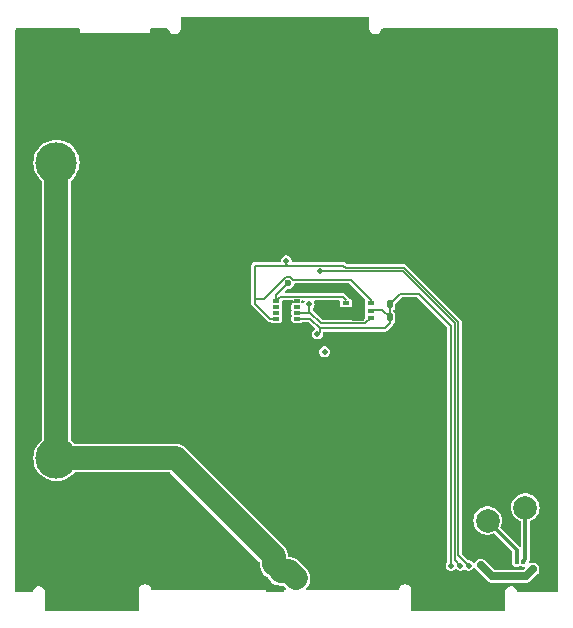
<source format=gtl>
%TF.GenerationSoftware,KiCad,Pcbnew,7.0.2*%
%TF.CreationDate,2023-07-30T22:14:57-04:00*%
%TF.ProjectId,ExternalFaces,45787465-726e-4616-9c46-616365732e6b,rev?*%
%TF.SameCoordinates,Original*%
%TF.FileFunction,Copper,L1,Top*%
%TF.FilePolarity,Positive*%
%FSLAX46Y46*%
G04 Gerber Fmt 4.6, Leading zero omitted, Abs format (unit mm)*
G04 Created by KiCad (PCBNEW 7.0.2) date 2023-07-30 22:14:57*
%MOMM*%
%LPD*%
G01*
G04 APERTURE LIST*
G04 Aperture macros list*
%AMRoundRect*
0 Rectangle with rounded corners*
0 $1 Rounding radius*
0 $2 $3 $4 $5 $6 $7 $8 $9 X,Y pos of 4 corners*
0 Add a 4 corners polygon primitive as box body*
4,1,4,$2,$3,$4,$5,$6,$7,$8,$9,$2,$3,0*
0 Add four circle primitives for the rounded corners*
1,1,$1+$1,$2,$3*
1,1,$1+$1,$4,$5*
1,1,$1+$1,$6,$7*
1,1,$1+$1,$8,$9*
0 Add four rect primitives between the rounded corners*
20,1,$1+$1,$2,$3,$4,$5,0*
20,1,$1+$1,$4,$5,$6,$7,0*
20,1,$1+$1,$6,$7,$8,$9,0*
20,1,$1+$1,$8,$9,$2,$3,0*%
G04 Aperture macros list end*
%TA.AperFunction,SMDPad,CuDef*%
%ADD10RoundRect,0.140000X0.140000X0.170000X-0.140000X0.170000X-0.140000X-0.170000X0.140000X-0.170000X0*%
%TD*%
%TA.AperFunction,SMDPad,CuDef*%
%ADD11R,0.620000X0.300000*%
%TD*%
%TA.AperFunction,SMDPad,CuDef*%
%ADD12R,0.600000X0.350000*%
%TD*%
%TA.AperFunction,SMDPad,CuDef*%
%ADD13R,1.100000X1.700000*%
%TD*%
%TA.AperFunction,SMDPad,CuDef*%
%ADD14C,3.500000*%
%TD*%
%TA.AperFunction,SMDPad,CuDef*%
%ADD15R,1.000000X1.000000*%
%TD*%
%TA.AperFunction,SMDPad,CuDef*%
%ADD16C,2.000000*%
%TD*%
%TA.AperFunction,ViaPad*%
%ADD17C,0.600000*%
%TD*%
%TA.AperFunction,ViaPad*%
%ADD18C,0.500000*%
%TD*%
%TA.AperFunction,ViaPad*%
%ADD19C,0.400000*%
%TD*%
%TA.AperFunction,Conductor*%
%ADD20C,0.200000*%
%TD*%
%TA.AperFunction,Conductor*%
%ADD21C,2.000000*%
%TD*%
%TA.AperFunction,Conductor*%
%ADD22C,0.700000*%
%TD*%
%TA.AperFunction,Conductor*%
%ADD23C,0.300000*%
%TD*%
G04 APERTURE END LIST*
D10*
X139160000Y-96200000D03*
X138200000Y-96200000D03*
D11*
X130400000Y-97400000D03*
X130400000Y-96900000D03*
X130400000Y-96400000D03*
X130400000Y-95900000D03*
X128580000Y-95900000D03*
X128580000Y-96400000D03*
X128580000Y-96900000D03*
X128580000Y-97400000D03*
D12*
X134500000Y-96075000D03*
X134500000Y-96725000D03*
X134500000Y-97375000D03*
X136600000Y-97375000D03*
X136600000Y-96725000D03*
X136600000Y-96075000D03*
D13*
X135550000Y-96725000D03*
D10*
X139180000Y-97300000D03*
X138220000Y-97300000D03*
D14*
X149000000Y-84200000D03*
X110000000Y-84200000D03*
D15*
X130300000Y-119400000D03*
D14*
X149000000Y-109200000D03*
X110000000Y-109200000D03*
D16*
X146500000Y-114500000D03*
X149700000Y-113400000D03*
D17*
X129600000Y-94400000D03*
D18*
X132300000Y-93400000D03*
X144200000Y-118300000D03*
X132400000Y-119450000D03*
X152000000Y-95600000D03*
X107000000Y-73300000D03*
X147400000Y-121500000D03*
X106950000Y-95550000D03*
X107500000Y-119650000D03*
X152000000Y-73300000D03*
X125950000Y-118500000D03*
X136000000Y-72400000D03*
D17*
X133100000Y-96700000D03*
D18*
X137950000Y-73250000D03*
X152000000Y-108550000D03*
X127000000Y-119800000D03*
X152000000Y-97800000D03*
X121250000Y-72500000D03*
X151950000Y-112400000D03*
X117500000Y-119000000D03*
D19*
X147553173Y-118234462D03*
D18*
X107000000Y-97800000D03*
X151950000Y-110900000D03*
D17*
X125500000Y-99600000D03*
D18*
X140700000Y-121400000D03*
X131400000Y-96200000D03*
X144900000Y-118300000D03*
X129450000Y-92500000D03*
X132100000Y-98700000D03*
X143400000Y-118300000D03*
X128400000Y-118200000D03*
X129000000Y-118800000D03*
D19*
X145950000Y-118280000D03*
X150330000Y-118630000D03*
X148950000Y-118010000D03*
X149510000Y-117980000D03*
D18*
X132700000Y-100200000D03*
D20*
X134260000Y-95560000D02*
X128920000Y-95560000D01*
X144200000Y-118300000D02*
X143700000Y-117800000D01*
X139300000Y-93400000D02*
X132300000Y-93400000D01*
X128580000Y-95900000D02*
X128580000Y-95420000D01*
X128580000Y-95420000D02*
X129600000Y-94400000D01*
X143700000Y-97800000D02*
X139300000Y-93400000D01*
X128920000Y-95560000D02*
X128580000Y-95900000D01*
X134550000Y-95850000D02*
X134260000Y-95560000D01*
X143700000Y-117800000D02*
X143700000Y-97800000D01*
X136150000Y-97800000D02*
X136600000Y-97350000D01*
X132400000Y-97800000D02*
X131500000Y-96900000D01*
X132400000Y-97800000D02*
X136150000Y-97800000D01*
X131400000Y-96800000D02*
X131500000Y-96900000D01*
X131500000Y-96900000D02*
X130400000Y-96900000D01*
X131400000Y-96200000D02*
X131400000Y-96800000D01*
X126800000Y-92900000D02*
X126800000Y-95700000D01*
X129600000Y-92900000D02*
X126800000Y-92900000D01*
X130002757Y-94110499D02*
X129802758Y-93910500D01*
X128070000Y-97400000D02*
X128580000Y-97400000D01*
X139419915Y-93110499D02*
X134476766Y-93110499D01*
X129397242Y-93910500D02*
X127607742Y-95700000D01*
X126800000Y-96130000D02*
X128070000Y-97400000D01*
X129450000Y-92500000D02*
X129450000Y-92750000D01*
X129450000Y-92750000D02*
X129600000Y-92900000D01*
X134476766Y-93110499D02*
X134266267Y-92900000D01*
X126800000Y-95700000D02*
X126800000Y-96130000D01*
X134266267Y-92900000D02*
X129600000Y-92900000D01*
X144000000Y-97690584D02*
X139419915Y-93110499D01*
X144000000Y-117400000D02*
X144000000Y-97690584D01*
X136600000Y-95810499D02*
X134900000Y-94110499D01*
X144900000Y-118300000D02*
X144000000Y-117400000D01*
X129802758Y-93910500D02*
X129397242Y-93910500D01*
X134900000Y-94110499D02*
X130002757Y-94110499D01*
X127607742Y-95700000D02*
X126800000Y-95700000D01*
X136600000Y-96050000D02*
X136600000Y-95810499D01*
X139100000Y-95300000D02*
X138200000Y-96200000D01*
X137800000Y-98200000D02*
X137600000Y-98200000D01*
X131500000Y-97400000D02*
X130400000Y-97400000D01*
X132300000Y-98500000D02*
X132300000Y-98200000D01*
X132100000Y-98700000D02*
X132300000Y-98500000D01*
X140700000Y-95300000D02*
X139100000Y-95300000D01*
X143400000Y-118300000D02*
X143400000Y-98000000D01*
X137600000Y-96700000D02*
X138200000Y-97300000D01*
X138200000Y-97300000D02*
X138200000Y-97800000D01*
X138200000Y-97800000D02*
X137800000Y-98200000D01*
X143400000Y-98000000D02*
X140700000Y-95300000D01*
X136600000Y-96700000D02*
X137600000Y-96700000D01*
X138200000Y-97300000D02*
X138200000Y-96200000D01*
X137600000Y-98200000D02*
X132300000Y-98200000D01*
X132300000Y-98200000D02*
X131500000Y-97400000D01*
D21*
X128400000Y-117500000D02*
X128400000Y-118200000D01*
X129000000Y-118800000D02*
X129700000Y-118800000D01*
X129700000Y-118800000D02*
X130300000Y-119400000D01*
X110000000Y-84200000D02*
X110000000Y-109200000D01*
X110000000Y-109200000D02*
X120100000Y-109200000D01*
X120100000Y-109200000D02*
X128400000Y-117500000D01*
D22*
X146880000Y-119210000D02*
X149750000Y-119210000D01*
X145950000Y-118280000D02*
X146880000Y-119210000D01*
X149750000Y-119210000D02*
X150330000Y-118630000D01*
D23*
X149510000Y-117980000D02*
X149700000Y-117790000D01*
X148950000Y-116950000D02*
X146500000Y-114500000D01*
X149700000Y-117790000D02*
X149700000Y-113400000D01*
X148950000Y-118010000D02*
X148950000Y-116950000D01*
%TA.AperFunction,Conductor*%
G36*
X134792712Y-94429906D02*
G01*
X134804525Y-94439995D01*
X136086186Y-95721656D01*
X136113963Y-95776173D01*
X136113280Y-95810973D01*
X136102465Y-95865345D01*
X136099500Y-95880252D01*
X136099500Y-96269748D01*
X136106068Y-96302766D01*
X136111133Y-96328231D01*
X136122336Y-96344997D01*
X136138945Y-96403885D01*
X136122337Y-96454999D01*
X136111133Y-96471766D01*
X136102885Y-96513232D01*
X136099500Y-96530252D01*
X136099500Y-96919748D01*
X136110397Y-96974529D01*
X136111133Y-96978231D01*
X136122336Y-96994997D01*
X136138945Y-97053885D01*
X136122337Y-97104999D01*
X136111133Y-97121766D01*
X136099500Y-97180253D01*
X136099500Y-97384520D01*
X136080593Y-97442711D01*
X136070506Y-97454521D01*
X136054527Y-97470501D01*
X136000011Y-97498281D01*
X135984521Y-97499500D01*
X132565479Y-97499500D01*
X132507288Y-97480593D01*
X132495475Y-97470504D01*
X131761833Y-96736862D01*
X131758555Y-96733582D01*
X131749143Y-96720498D01*
X131732801Y-96705600D01*
X131702538Y-96652424D01*
X131700500Y-96632441D01*
X131700500Y-96578063D01*
X131719407Y-96519872D01*
X131724680Y-96513232D01*
X131782882Y-96446063D01*
X131836697Y-96328226D01*
X131855133Y-96200000D01*
X131851047Y-96171578D01*
X131836698Y-96071775D01*
X131804205Y-96000626D01*
X131797231Y-95939840D01*
X131827318Y-95886563D01*
X131882974Y-95861145D01*
X131894259Y-95860500D01*
X133900500Y-95860500D01*
X133958691Y-95879407D01*
X133994655Y-95928907D01*
X133999500Y-95959500D01*
X133999500Y-96269748D01*
X134006068Y-96302766D01*
X134011133Y-96328231D01*
X134055447Y-96394552D01*
X134093100Y-96419711D01*
X134121769Y-96438867D01*
X134180252Y-96450500D01*
X134180253Y-96450500D01*
X134819747Y-96450500D01*
X134819748Y-96450500D01*
X134878231Y-96438867D01*
X134944552Y-96394552D01*
X134988867Y-96328231D01*
X135000500Y-96269748D01*
X135000500Y-95880252D01*
X134988867Y-95821769D01*
X134958759Y-95776710D01*
X134944552Y-95755447D01*
X134878229Y-95711131D01*
X134855096Y-95706530D01*
X134804407Y-95679436D01*
X134518566Y-95393594D01*
X134509146Y-95380502D01*
X134469273Y-95344152D01*
X134465967Y-95340995D01*
X134452796Y-95327825D01*
X134452697Y-95327757D01*
X134441954Y-95319247D01*
X134420934Y-95300085D01*
X134420933Y-95300084D01*
X134411762Y-95296531D01*
X134391587Y-95285896D01*
X134383481Y-95280344D01*
X134355797Y-95273832D01*
X134342704Y-95269777D01*
X134316175Y-95259500D01*
X134316173Y-95259500D01*
X134306348Y-95259500D01*
X134283682Y-95256870D01*
X134274119Y-95254621D01*
X134274118Y-95254621D01*
X134245947Y-95258551D01*
X134232269Y-95259500D01*
X129404478Y-95259500D01*
X129346287Y-95240593D01*
X129310323Y-95191093D01*
X129310323Y-95129907D01*
X129334474Y-95090497D01*
X129495473Y-94929497D01*
X129549990Y-94901719D01*
X129565477Y-94900500D01*
X129671961Y-94900500D01*
X129810053Y-94859953D01*
X129931128Y-94782143D01*
X130025377Y-94673373D01*
X130085165Y-94542457D01*
X130091858Y-94495910D01*
X130118854Y-94441003D01*
X130172968Y-94412449D01*
X130189850Y-94410999D01*
X134734521Y-94410999D01*
X134792712Y-94429906D01*
G37*
%TD.AperFunction*%
%TA.AperFunction,Conductor*%
G36*
X130963932Y-95879407D02*
G01*
X130999896Y-95928907D01*
X130999896Y-95990093D01*
X130995794Y-96000627D01*
X130974419Y-96047430D01*
X130933046Y-96092508D01*
X130873079Y-96104658D01*
X130829365Y-96088618D01*
X130788231Y-96061133D01*
X130765430Y-96056597D01*
X130712047Y-96026701D01*
X130686431Y-95971136D01*
X130698368Y-95911126D01*
X130743298Y-95869594D01*
X130784745Y-95860500D01*
X130905741Y-95860500D01*
X130963932Y-95879407D01*
G37*
%TD.AperFunction*%
%TA.AperFunction,Conductor*%
G36*
X136433691Y-71844407D02*
G01*
X136469655Y-71893907D01*
X136474500Y-71924500D01*
X136474500Y-72791714D01*
X136474500Y-72791715D01*
X136474500Y-72800000D01*
X136474500Y-72869183D01*
X136510312Y-73002836D01*
X136579495Y-73122665D01*
X136677335Y-73220505D01*
X136797164Y-73289688D01*
X136930817Y-73325500D01*
X136930818Y-73325500D01*
X137069182Y-73325500D01*
X137069183Y-73325500D01*
X137202836Y-73289688D01*
X137322665Y-73220505D01*
X137420505Y-73122665D01*
X137489688Y-73002836D01*
X137517543Y-72898875D01*
X137550867Y-72847563D01*
X137607989Y-72825636D01*
X137613170Y-72825500D01*
X139494928Y-72825500D01*
X152375500Y-72825500D01*
X152433691Y-72844407D01*
X152469655Y-72893907D01*
X152474500Y-72924500D01*
X152474500Y-120475500D01*
X152455593Y-120533691D01*
X152406093Y-120569655D01*
X152375500Y-120574500D01*
X149113170Y-120574500D01*
X149054979Y-120555593D01*
X149019015Y-120506093D01*
X149017548Y-120501142D01*
X148989688Y-120397164D01*
X148920505Y-120277335D01*
X148822665Y-120179495D01*
X148702836Y-120110312D01*
X148569183Y-120074500D01*
X148430817Y-120074500D01*
X148297164Y-120110311D01*
X148297164Y-120110312D01*
X148177336Y-120179494D01*
X148079494Y-120277336D01*
X148010312Y-120397164D01*
X147974500Y-120530817D01*
X147974500Y-122075500D01*
X147955593Y-122133691D01*
X147906093Y-122169655D01*
X147875500Y-122174500D01*
X140124500Y-122174500D01*
X140066309Y-122155593D01*
X140030345Y-122106093D01*
X140025500Y-122075500D01*
X140025500Y-120330817D01*
X140018875Y-120306093D01*
X139989688Y-120197164D01*
X139920505Y-120077335D01*
X139822665Y-119979495D01*
X139702836Y-119910312D01*
X139569183Y-119874500D01*
X139430817Y-119874500D01*
X139297163Y-119910311D01*
X139297164Y-119910312D01*
X139177336Y-119979494D01*
X139079494Y-120077336D01*
X139051687Y-120125500D01*
X139010312Y-120197164D01*
X138982456Y-120301124D01*
X138949133Y-120352437D01*
X138892011Y-120374364D01*
X138886830Y-120374500D01*
X131262270Y-120374500D01*
X131204079Y-120355593D01*
X131168115Y-120306093D01*
X131168115Y-120244907D01*
X131192264Y-120205498D01*
X131227542Y-120170221D01*
X131353276Y-119986671D01*
X131443143Y-119783143D01*
X131447328Y-119765352D01*
X131494081Y-119566567D01*
X131504356Y-119344323D01*
X131504355Y-119344322D01*
X131504356Y-119344319D01*
X131473618Y-119123967D01*
X131402915Y-118913015D01*
X131294652Y-118718647D01*
X131294651Y-118718645D01*
X131189592Y-118592128D01*
X131189591Y-118592127D01*
X131188128Y-118590365D01*
X130570103Y-117972340D01*
X130566946Y-117969033D01*
X130512233Y-117909016D01*
X130447429Y-117860079D01*
X130443843Y-117857239D01*
X130399604Y-117820504D01*
X130381353Y-117805348D01*
X130362964Y-117795105D01*
X130351485Y-117787625D01*
X130334689Y-117774942D01*
X130334688Y-117774941D01*
X130284593Y-117749996D01*
X130261994Y-117738743D01*
X130257958Y-117736616D01*
X130186982Y-117697083D01*
X130167023Y-117690393D01*
X130154363Y-117685149D01*
X130135527Y-117675770D01*
X130057389Y-117653537D01*
X130053023Y-117652185D01*
X129976032Y-117626381D01*
X129955193Y-117623474D01*
X129941782Y-117620645D01*
X129921534Y-117614884D01*
X129840642Y-117607387D01*
X129836103Y-117606861D01*
X129755678Y-117595643D01*
X129705502Y-117597963D01*
X129646501Y-117581763D01*
X129608289Y-117533977D01*
X129602037Y-117494496D01*
X129604357Y-117444322D01*
X129604357Y-117444319D01*
X129593131Y-117363848D01*
X129592609Y-117359351D01*
X129585115Y-117278464D01*
X129579355Y-117258220D01*
X129576525Y-117244805D01*
X129573619Y-117223968D01*
X129547807Y-117146955D01*
X129546458Y-117142600D01*
X129524229Y-117064472D01*
X129514843Y-117045623D01*
X129509605Y-117032979D01*
X129502915Y-117013015D01*
X129488060Y-116986346D01*
X129463380Y-116942036D01*
X129461268Y-116938031D01*
X129425058Y-116865311D01*
X129412384Y-116848529D01*
X129404897Y-116837040D01*
X129403549Y-116834619D01*
X129394653Y-116818647D01*
X129394650Y-116818643D01*
X129342757Y-116756150D01*
X129339918Y-116752567D01*
X129297987Y-116697042D01*
X129290981Y-116687764D01*
X129230975Y-116633061D01*
X129227668Y-116629904D01*
X120970104Y-108372341D01*
X120966946Y-108369033D01*
X120912233Y-108309016D01*
X120847429Y-108260079D01*
X120843843Y-108257239D01*
X120816421Y-108234468D01*
X120781353Y-108205348D01*
X120762964Y-108195105D01*
X120751485Y-108187625D01*
X120734689Y-108174942D01*
X120734688Y-108174941D01*
X120684593Y-108149996D01*
X120661994Y-108138743D01*
X120657958Y-108136616D01*
X120586982Y-108097083D01*
X120567023Y-108090393D01*
X120554363Y-108085149D01*
X120535527Y-108075770D01*
X120457389Y-108053537D01*
X120453023Y-108052185D01*
X120376032Y-108026381D01*
X120355193Y-108023474D01*
X120341782Y-108020645D01*
X120321534Y-108014884D01*
X120240642Y-108007387D01*
X120236103Y-108006861D01*
X120155679Y-107995643D01*
X120074569Y-107999394D01*
X120069997Y-107999500D01*
X111587349Y-107999500D01*
X111529158Y-107980593D01*
X111508096Y-107959829D01*
X111477855Y-107919432D01*
X111280569Y-107722145D01*
X111240171Y-107691904D01*
X111204917Y-107641896D01*
X111200499Y-107612650D01*
X111200499Y-100200000D01*
X132244866Y-100200000D01*
X132263302Y-100328227D01*
X132317116Y-100446062D01*
X132401949Y-100543965D01*
X132401951Y-100543967D01*
X132510931Y-100614004D01*
X132635228Y-100650500D01*
X132764772Y-100650500D01*
X132889069Y-100614004D01*
X132998049Y-100543967D01*
X133082882Y-100446063D01*
X133082881Y-100446063D01*
X133082883Y-100446062D01*
X133136697Y-100328227D01*
X133155133Y-100200000D01*
X133136697Y-100071772D01*
X133082883Y-99953937D01*
X132998050Y-99856034D01*
X132998049Y-99856033D01*
X132943558Y-99821014D01*
X132889068Y-99785995D01*
X132764772Y-99749500D01*
X132635228Y-99749500D01*
X132510931Y-99785995D01*
X132401949Y-99856034D01*
X132317116Y-99953937D01*
X132263302Y-100071772D01*
X132244866Y-100200000D01*
X111200499Y-100200000D01*
X111200499Y-95671791D01*
X126495598Y-95671791D01*
X126499077Y-95709335D01*
X126499499Y-95718467D01*
X126499499Y-96064834D01*
X126496902Y-96080757D01*
X126499394Y-96134641D01*
X126499500Y-96139213D01*
X126499500Y-96157845D01*
X126499521Y-96157958D01*
X126501101Y-96171578D01*
X126502414Y-96199991D01*
X126506384Y-96208982D01*
X126513132Y-96230773D01*
X126514938Y-96240432D01*
X126529911Y-96264616D01*
X126536300Y-96276736D01*
X126547794Y-96302765D01*
X126547795Y-96302766D01*
X126554743Y-96309715D01*
X126568908Y-96327597D01*
X126571020Y-96331009D01*
X126574081Y-96335953D01*
X126596772Y-96353087D01*
X126607117Y-96362088D01*
X127811436Y-97566407D01*
X127820857Y-97579501D01*
X127860726Y-97615847D01*
X127864031Y-97619003D01*
X127877201Y-97632173D01*
X127877295Y-97632237D01*
X127888039Y-97640746D01*
X127909067Y-97659916D01*
X127918230Y-97663465D01*
X127938413Y-97674103D01*
X127946519Y-97679656D01*
X127974211Y-97686169D01*
X127987298Y-97690222D01*
X128013827Y-97700500D01*
X128023652Y-97700500D01*
X128046317Y-97703129D01*
X128055881Y-97705379D01*
X128084053Y-97701448D01*
X128097731Y-97700500D01*
X128104318Y-97700500D01*
X128159320Y-97717185D01*
X128164142Y-97720407D01*
X128191769Y-97738867D01*
X128250252Y-97750500D01*
X128250253Y-97750500D01*
X128909747Y-97750500D01*
X128909748Y-97750500D01*
X128968231Y-97738867D01*
X129034552Y-97694552D01*
X129078867Y-97628231D01*
X129090500Y-97569748D01*
X129090500Y-97230252D01*
X129078867Y-97171769D01*
X129078866Y-97171768D01*
X129078378Y-97169313D01*
X129078378Y-97130684D01*
X129078865Y-97128233D01*
X129078867Y-97128231D01*
X129090500Y-97069748D01*
X129090500Y-96730252D01*
X129078867Y-96671769D01*
X129078865Y-96671766D01*
X129078378Y-96669316D01*
X129078378Y-96630687D01*
X129090500Y-96569746D01*
X129090500Y-96230254D01*
X129090500Y-96230252D01*
X129078867Y-96171769D01*
X129078865Y-96171767D01*
X129078378Y-96169315D01*
X129078378Y-96130685D01*
X129078865Y-96128232D01*
X129078867Y-96128231D01*
X129090500Y-96069748D01*
X129090500Y-95959500D01*
X129109407Y-95901309D01*
X129158907Y-95865345D01*
X129189500Y-95860500D01*
X130015255Y-95860500D01*
X130073446Y-95879407D01*
X130109410Y-95928907D01*
X130109410Y-95990093D01*
X130073446Y-96039593D01*
X130034569Y-96056597D01*
X130022993Y-96058900D01*
X130011768Y-96061133D01*
X129945447Y-96105447D01*
X129901133Y-96171768D01*
X129889500Y-96230253D01*
X129889500Y-96569748D01*
X129901621Y-96630687D01*
X129901621Y-96669313D01*
X129889500Y-96730251D01*
X129889500Y-97069747D01*
X129901621Y-97130685D01*
X129901621Y-97169312D01*
X129899445Y-97180253D01*
X129889500Y-97230252D01*
X129889500Y-97569748D01*
X129893489Y-97589801D01*
X129901133Y-97628231D01*
X129945447Y-97694552D01*
X129984142Y-97720407D01*
X130011769Y-97738867D01*
X130070252Y-97750500D01*
X130070253Y-97750500D01*
X130729747Y-97750500D01*
X130729748Y-97750500D01*
X130788231Y-97738867D01*
X130820679Y-97717185D01*
X130875682Y-97700500D01*
X131334521Y-97700500D01*
X131392712Y-97719407D01*
X131404525Y-97729496D01*
X131854557Y-98179528D01*
X131882334Y-98234045D01*
X131872763Y-98294477D01*
X131838078Y-98332815D01*
X131801950Y-98356033D01*
X131717116Y-98453937D01*
X131663302Y-98571772D01*
X131644866Y-98700000D01*
X131663302Y-98828227D01*
X131717116Y-98946062D01*
X131801949Y-99043965D01*
X131801951Y-99043967D01*
X131910931Y-99114004D01*
X132035228Y-99150500D01*
X132164772Y-99150500D01*
X132289069Y-99114004D01*
X132398049Y-99043967D01*
X132482882Y-98946063D01*
X132482881Y-98946063D01*
X132482883Y-98946062D01*
X132536697Y-98828227D01*
X132557159Y-98685910D01*
X132558311Y-98686075D01*
X132561697Y-98656335D01*
X132563464Y-98651773D01*
X132574109Y-98631578D01*
X132579657Y-98623480D01*
X132586171Y-98595782D01*
X132590223Y-98582700D01*
X132597570Y-98563736D01*
X132636222Y-98516305D01*
X132689884Y-98500500D01*
X137543827Y-98500500D01*
X137734835Y-98500500D01*
X137750755Y-98503097D01*
X137757764Y-98502772D01*
X137757765Y-98502773D01*
X137804641Y-98500606D01*
X137809214Y-98500500D01*
X137827844Y-98500500D01*
X137827951Y-98500480D01*
X137841571Y-98498898D01*
X137869992Y-98497585D01*
X137878982Y-98493615D01*
X137900772Y-98486866D01*
X137910433Y-98485061D01*
X137934623Y-98470082D01*
X137946722Y-98463704D01*
X137972765Y-98452206D01*
X137979710Y-98445259D01*
X137997597Y-98431091D01*
X138005952Y-98425919D01*
X138023095Y-98403216D01*
X138032082Y-98392887D01*
X138366405Y-98058564D01*
X138379496Y-98049147D01*
X138384225Y-98043959D01*
X138384228Y-98043958D01*
X138415877Y-98009239D01*
X138418994Y-98005975D01*
X138432174Y-97992797D01*
X138432238Y-97992702D01*
X138440745Y-97981961D01*
X138459916Y-97960933D01*
X138463466Y-97951766D01*
X138474104Y-97931585D01*
X138479656Y-97923481D01*
X138486169Y-97895785D01*
X138490221Y-97882702D01*
X138500500Y-97856173D01*
X138500500Y-97846348D01*
X138503126Y-97823696D01*
X138503944Y-97820217D01*
X138535663Y-97767899D01*
X138558230Y-97753308D01*
X138558312Y-97753225D01*
X138558316Y-97753224D01*
X138643224Y-97668316D01*
X138693972Y-97559487D01*
X138700500Y-97509901D01*
X138700499Y-97090100D01*
X138693972Y-97040513D01*
X138675314Y-97000500D01*
X138643224Y-96931683D01*
X138558315Y-96846774D01*
X138557658Y-96846468D01*
X138512911Y-96804738D01*
X138500500Y-96756745D01*
X138500500Y-96732047D01*
X138519407Y-96673856D01*
X138529496Y-96662043D01*
X138538313Y-96653224D01*
X138538316Y-96653224D01*
X138623224Y-96568316D01*
X138673972Y-96459487D01*
X138680500Y-96409901D01*
X138680499Y-96185477D01*
X138699406Y-96127288D01*
X138709496Y-96115474D01*
X139195476Y-95629496D01*
X139249992Y-95601719D01*
X139265479Y-95600500D01*
X140534521Y-95600500D01*
X140592712Y-95619407D01*
X140604525Y-95629496D01*
X143070504Y-98095475D01*
X143098281Y-98149992D01*
X143099500Y-98165479D01*
X143099500Y-117921936D01*
X143080593Y-117980127D01*
X143075320Y-117986767D01*
X143017115Y-118053939D01*
X142963302Y-118171772D01*
X142944866Y-118300000D01*
X142963302Y-118428227D01*
X143017116Y-118546062D01*
X143094640Y-118635530D01*
X143101951Y-118643967D01*
X143210931Y-118714004D01*
X143335228Y-118750500D01*
X143464772Y-118750500D01*
X143589069Y-118714004D01*
X143698049Y-118643967D01*
X143725181Y-118612654D01*
X143777576Y-118581058D01*
X143838537Y-118586293D01*
X143874818Y-118612653D01*
X143901951Y-118643967D01*
X144010931Y-118714004D01*
X144135228Y-118750500D01*
X144264772Y-118750500D01*
X144389069Y-118714004D01*
X144496478Y-118644976D01*
X144555651Y-118629422D01*
X144603521Y-118644976D01*
X144710931Y-118714004D01*
X144835228Y-118750500D01*
X144964772Y-118750500D01*
X145089069Y-118714004D01*
X145198049Y-118643967D01*
X145282882Y-118546063D01*
X145284968Y-118541494D01*
X145326339Y-118496416D01*
X145386305Y-118484263D01*
X145441962Y-118509679D01*
X145461317Y-118534097D01*
X145507232Y-118615756D01*
X145507234Y-118615759D01*
X146015439Y-119123964D01*
X146482903Y-119591428D01*
X146485252Y-119593859D01*
X146529320Y-119641044D01*
X146548596Y-119652766D01*
X146565519Y-119663057D01*
X146573900Y-119668761D01*
X146607658Y-119694361D01*
X146626160Y-119701657D01*
X146626340Y-119701728D01*
X146641461Y-119709239D01*
X146658618Y-119719672D01*
X146699422Y-119731104D01*
X146709010Y-119734328D01*
X146748436Y-119749876D01*
X146768415Y-119751929D01*
X146784992Y-119755080D01*
X146804335Y-119760500D01*
X146846700Y-119760500D01*
X146856823Y-119761018D01*
X146865783Y-119761940D01*
X146898971Y-119765352D01*
X146898971Y-119765351D01*
X146898972Y-119765352D01*
X146918763Y-119761939D01*
X146935583Y-119760500D01*
X149738921Y-119760500D01*
X149742301Y-119760558D01*
X149806822Y-119762762D01*
X149806822Y-119762761D01*
X149806826Y-119762762D01*
X149847995Y-119752728D01*
X149857939Y-119750839D01*
X149899920Y-119745070D01*
X149918345Y-119737065D01*
X149934330Y-119731689D01*
X149953852Y-119726933D01*
X149990796Y-119706159D01*
X149999834Y-119701670D01*
X150038720Y-119684780D01*
X150054298Y-119672105D01*
X150068257Y-119662606D01*
X150085759Y-119652766D01*
X150115727Y-119622797D01*
X150123232Y-119616023D01*
X150156108Y-119589278D01*
X150167692Y-119572866D01*
X150178563Y-119559961D01*
X150459276Y-119279249D01*
X150745891Y-118992634D01*
X150814361Y-118902342D01*
X150869876Y-118761564D01*
X150885352Y-118611028D01*
X150859640Y-118461899D01*
X150843626Y-118428227D01*
X150813864Y-118365646D01*
X150794647Y-118325238D01*
X150695192Y-118211179D01*
X150695191Y-118211178D01*
X150568655Y-118128182D01*
X150424413Y-118082403D01*
X150273173Y-118077237D01*
X150114187Y-118115980D01*
X150053174Y-118111388D01*
X150006513Y-118071810D01*
X149992027Y-118012364D01*
X150012626Y-117958984D01*
X150015879Y-117954803D01*
X150017679Y-117951306D01*
X150019238Y-117946068D01*
X150019240Y-117946066D01*
X150033285Y-117898884D01*
X150034512Y-117895054D01*
X150050500Y-117848488D01*
X150050500Y-117848484D01*
X150052272Y-117843323D01*
X150052843Y-117839410D01*
X150050585Y-117784813D01*
X150050500Y-117780722D01*
X150050500Y-114619469D01*
X150069407Y-114561278D01*
X150113737Y-114527154D01*
X150237401Y-114479247D01*
X150426562Y-114362124D01*
X150590981Y-114212236D01*
X150725058Y-114034689D01*
X150824229Y-113835528D01*
X150885115Y-113621536D01*
X150905643Y-113400000D01*
X150885115Y-113178464D01*
X150824229Y-112964472D01*
X150725058Y-112765311D01*
X150590981Y-112587764D01*
X150426562Y-112437876D01*
X150237401Y-112320753D01*
X150237399Y-112320752D01*
X150029936Y-112240380D01*
X149811245Y-112199500D01*
X149811243Y-112199500D01*
X149588757Y-112199500D01*
X149588755Y-112199500D01*
X149370063Y-112240380D01*
X149162600Y-112320752D01*
X148973436Y-112437877D01*
X148809020Y-112587763D01*
X148674940Y-112765313D01*
X148575772Y-112964469D01*
X148514885Y-113178464D01*
X148499882Y-113340380D01*
X148494357Y-113400000D01*
X148514885Y-113621536D01*
X148533728Y-113687764D01*
X148575772Y-113835530D01*
X148674940Y-114034686D01*
X148674941Y-114034687D01*
X148674942Y-114034689D01*
X148809019Y-114212236D01*
X148973438Y-114362124D01*
X149162599Y-114479247D01*
X149286263Y-114527154D01*
X149333694Y-114565805D01*
X149349500Y-114619469D01*
X149349500Y-116614809D01*
X149330593Y-116673000D01*
X149281093Y-116708964D01*
X149219907Y-116708964D01*
X149180496Y-116684813D01*
X147610433Y-115114751D01*
X147582656Y-115060234D01*
X147591816Y-115000618D01*
X147624229Y-114935528D01*
X147685115Y-114721536D01*
X147705643Y-114500000D01*
X147685115Y-114278464D01*
X147624229Y-114064472D01*
X147525058Y-113865311D01*
X147390981Y-113687764D01*
X147226562Y-113537876D01*
X147037401Y-113420753D01*
X147037399Y-113420752D01*
X146829936Y-113340380D01*
X146611245Y-113299500D01*
X146611243Y-113299500D01*
X146388757Y-113299500D01*
X146388755Y-113299500D01*
X146170063Y-113340380D01*
X145962600Y-113420752D01*
X145773436Y-113537877D01*
X145609020Y-113687763D01*
X145474940Y-113865313D01*
X145390601Y-114034689D01*
X145375771Y-114064472D01*
X145314885Y-114278463D01*
X145314885Y-114278464D01*
X145294357Y-114499999D01*
X145314885Y-114721535D01*
X145375772Y-114935530D01*
X145474940Y-115134686D01*
X145474941Y-115134687D01*
X145474942Y-115134689D01*
X145609019Y-115312236D01*
X145773438Y-115462124D01*
X145962599Y-115579247D01*
X146047067Y-115611970D01*
X146170063Y-115659619D01*
X146388755Y-115700500D01*
X146388757Y-115700500D01*
X146611245Y-115700500D01*
X146757040Y-115673245D01*
X146829940Y-115659618D01*
X147010522Y-115589659D01*
X147071612Y-115586269D01*
X147116288Y-115611970D01*
X148570504Y-117066186D01*
X148598281Y-117120703D01*
X148599500Y-117136190D01*
X148599500Y-117791949D01*
X148588710Y-117836893D01*
X148564354Y-117884695D01*
X148544507Y-118010000D01*
X148564353Y-118135302D01*
X148564353Y-118135303D01*
X148564354Y-118135304D01*
X148621950Y-118248342D01*
X148711658Y-118338050D01*
X148824696Y-118395646D01*
X148950000Y-118415492D01*
X149075304Y-118395646D01*
X149188342Y-118338050D01*
X149188342Y-118338049D01*
X149202313Y-118330931D01*
X149202881Y-118332046D01*
X149239988Y-118313137D01*
X149300419Y-118322704D01*
X149384696Y-118365646D01*
X149510000Y-118385492D01*
X149548863Y-118379336D01*
X149609293Y-118388907D01*
X149652558Y-118432170D01*
X149662130Y-118492602D01*
X149634354Y-118547119D01*
X149634353Y-118547120D01*
X149550971Y-118630503D01*
X149496455Y-118658281D01*
X149480967Y-118659500D01*
X147149033Y-118659500D01*
X147090842Y-118640593D01*
X147079029Y-118630504D01*
X146315025Y-117866500D01*
X146315025Y-117866499D01*
X146312634Y-117864109D01*
X146222342Y-117795639D01*
X146081564Y-117740124D01*
X146067529Y-117738681D01*
X145931028Y-117724647D01*
X145781897Y-117750360D01*
X145645239Y-117815352D01*
X145531179Y-117914808D01*
X145444098Y-118047574D01*
X145396373Y-118085862D01*
X145335258Y-118088786D01*
X145286497Y-118058108D01*
X145198050Y-117956034D01*
X145198049Y-117956033D01*
X145143559Y-117921014D01*
X145089068Y-117885995D01*
X144964772Y-117849500D01*
X144915479Y-117849500D01*
X144857288Y-117830593D01*
X144845475Y-117820504D01*
X144329496Y-117304524D01*
X144301719Y-117250007D01*
X144300500Y-117234520D01*
X144300500Y-97755750D01*
X144303097Y-97739830D01*
X144302096Y-97718185D01*
X144300606Y-97685941D01*
X144300500Y-97681369D01*
X144300500Y-97662740D01*
X144300480Y-97662634D01*
X144298898Y-97649014D01*
X144297585Y-97620592D01*
X144293613Y-97611597D01*
X144286866Y-97589808D01*
X144285061Y-97580151D01*
X144270091Y-97555973D01*
X144263698Y-97543845D01*
X144252206Y-97517818D01*
X144245255Y-97510867D01*
X144231086Y-97492977D01*
X144225919Y-97484632D01*
X144203226Y-97467495D01*
X144192883Y-97458495D01*
X139678481Y-92944094D01*
X139669060Y-92931000D01*
X139629188Y-92894651D01*
X139625882Y-92891494D01*
X139612711Y-92878324D01*
X139612612Y-92878256D01*
X139601869Y-92869746D01*
X139580849Y-92850584D01*
X139580848Y-92850583D01*
X139571677Y-92847030D01*
X139551502Y-92836395D01*
X139543396Y-92830843D01*
X139515712Y-92824331D01*
X139502619Y-92820276D01*
X139476090Y-92809999D01*
X139476088Y-92809999D01*
X139466263Y-92809999D01*
X139443597Y-92807369D01*
X139434034Y-92805120D01*
X139434033Y-92805120D01*
X139405862Y-92809050D01*
X139392184Y-92809999D01*
X134642245Y-92809999D01*
X134584054Y-92791092D01*
X134572241Y-92781003D01*
X134524833Y-92733595D01*
X134515412Y-92720501D01*
X134475540Y-92684152D01*
X134472234Y-92680995D01*
X134459063Y-92667825D01*
X134458964Y-92667757D01*
X134448221Y-92659247D01*
X134427201Y-92640085D01*
X134427200Y-92640084D01*
X134418029Y-92636531D01*
X134397854Y-92625896D01*
X134389748Y-92620344D01*
X134362064Y-92613832D01*
X134348971Y-92609777D01*
X134322442Y-92599500D01*
X134322440Y-92599500D01*
X134312615Y-92599500D01*
X134289949Y-92596870D01*
X134280386Y-92594621D01*
X134280385Y-92594621D01*
X134252214Y-92598551D01*
X134238536Y-92599500D01*
X130005079Y-92599500D01*
X129946888Y-92580593D01*
X129910924Y-92531093D01*
X129909437Y-92513761D01*
X129907159Y-92514089D01*
X129886697Y-92371772D01*
X129832883Y-92253937D01*
X129748050Y-92156034D01*
X129748049Y-92156033D01*
X129693558Y-92121014D01*
X129639068Y-92085995D01*
X129514772Y-92049500D01*
X129385228Y-92049500D01*
X129260931Y-92085995D01*
X129151949Y-92156034D01*
X129067116Y-92253937D01*
X129013302Y-92371772D01*
X128992841Y-92514089D01*
X128988237Y-92513427D01*
X128982490Y-92546681D01*
X128938621Y-92589333D01*
X128894921Y-92599500D01*
X126855727Y-92599500D01*
X126828636Y-92595721D01*
X126828207Y-92595599D01*
X126790662Y-92599078D01*
X126781528Y-92599500D01*
X126772156Y-92599500D01*
X126765164Y-92600806D01*
X126762941Y-92601222D01*
X126753895Y-92602483D01*
X126716337Y-92605964D01*
X126715927Y-92606169D01*
X126690010Y-92614856D01*
X126689565Y-92614939D01*
X126657517Y-92634782D01*
X126649532Y-92639230D01*
X126615770Y-92656042D01*
X126615466Y-92656376D01*
X126594435Y-92673840D01*
X126594048Y-92674079D01*
X126571321Y-92704174D01*
X126565482Y-92711206D01*
X126540083Y-92739067D01*
X126539919Y-92739492D01*
X126526615Y-92763376D01*
X126526343Y-92763735D01*
X126516024Y-92800002D01*
X126513119Y-92808670D01*
X126499499Y-92843828D01*
X126499499Y-92844282D01*
X126495723Y-92871353D01*
X126495598Y-92871789D01*
X126499078Y-92909337D01*
X126499500Y-92918471D01*
X126499500Y-95644271D01*
X126495721Y-95671362D01*
X126495598Y-95671791D01*
X111200499Y-95671791D01*
X111200499Y-85787348D01*
X111219406Y-85729157D01*
X111240173Y-85708093D01*
X111280568Y-85677855D01*
X111477855Y-85480568D01*
X111645056Y-85257213D01*
X111778769Y-85012337D01*
X111876271Y-84750923D01*
X111935578Y-84478294D01*
X111955482Y-84200000D01*
X111935578Y-83921706D01*
X111876271Y-83649077D01*
X111778769Y-83387663D01*
X111778769Y-83387662D01*
X111645056Y-83142787D01*
X111477857Y-82919435D01*
X111477855Y-82919432D01*
X111280568Y-82722145D01*
X111057213Y-82554944D01*
X111057214Y-82554944D01*
X111057212Y-82554943D01*
X110812337Y-82421230D01*
X110637114Y-82355876D01*
X110550923Y-82323729D01*
X110550919Y-82323728D01*
X110278299Y-82264422D01*
X110046382Y-82247835D01*
X110000000Y-82244518D01*
X109999999Y-82244518D01*
X109721700Y-82264422D01*
X109449080Y-82323728D01*
X109187662Y-82421230D01*
X108942787Y-82554943D01*
X108719435Y-82722142D01*
X108522142Y-82919435D01*
X108354943Y-83142787D01*
X108221230Y-83387662D01*
X108123728Y-83649080D01*
X108064422Y-83921700D01*
X108044518Y-84200000D01*
X108064422Y-84478299D01*
X108123728Y-84750919D01*
X108221230Y-85012337D01*
X108354943Y-85257212D01*
X108354944Y-85257213D01*
X108522145Y-85480568D01*
X108719432Y-85677855D01*
X108719435Y-85677857D01*
X108719437Y-85677859D01*
X108759826Y-85708093D01*
X108795080Y-85758100D01*
X108799499Y-85787347D01*
X108799499Y-107612651D01*
X108780592Y-107670842D01*
X108759829Y-107691904D01*
X108719433Y-107722144D01*
X108522142Y-107919435D01*
X108354943Y-108142787D01*
X108221230Y-108387662D01*
X108123728Y-108649080D01*
X108064422Y-108921700D01*
X108044518Y-109199999D01*
X108064422Y-109478299D01*
X108123728Y-109750919D01*
X108221230Y-110012337D01*
X108354943Y-110257212D01*
X108354944Y-110257213D01*
X108522145Y-110480568D01*
X108719432Y-110677855D01*
X108719435Y-110677857D01*
X108942787Y-110845056D01*
X109187662Y-110978769D01*
X109253016Y-111003144D01*
X109449077Y-111076271D01*
X109634826Y-111116678D01*
X109721700Y-111135577D01*
X109721702Y-111135577D01*
X109721706Y-111135578D01*
X110000000Y-111155482D01*
X110278294Y-111135578D01*
X110550923Y-111076271D01*
X110812337Y-110978769D01*
X111057213Y-110845056D01*
X111280568Y-110677855D01*
X111477855Y-110480568D01*
X111508095Y-110440171D01*
X111558104Y-110404918D01*
X111587349Y-110400500D01*
X119561729Y-110400500D01*
X119619920Y-110419407D01*
X119631733Y-110429496D01*
X127170505Y-117968268D01*
X127198281Y-118022783D01*
X127199500Y-118038270D01*
X127199500Y-118255503D01*
X127199710Y-118257776D01*
X127199711Y-118257784D01*
X127207149Y-118338050D01*
X127214885Y-118421536D01*
X127274341Y-118630503D01*
X127275772Y-118635530D01*
X127374940Y-118834686D01*
X127374941Y-118834687D01*
X127374942Y-118834689D01*
X127509019Y-119012236D01*
X127673438Y-119162124D01*
X127862599Y-119279247D01*
X127862601Y-119279247D01*
X127862603Y-119279249D01*
X127863754Y-119279695D01*
X127865116Y-119280804D01*
X127870399Y-119284076D01*
X127869973Y-119284763D01*
X127911185Y-119318346D01*
X127920304Y-119336243D01*
X127920753Y-119337403D01*
X128037874Y-119526559D01*
X128037876Y-119526562D01*
X128187764Y-119690981D01*
X128365311Y-119825058D01*
X128564472Y-119924229D01*
X128778464Y-119985115D01*
X128944497Y-120000500D01*
X129161729Y-120000500D01*
X129219920Y-120019407D01*
X129231733Y-120029496D01*
X129407733Y-120205496D01*
X129435510Y-120260013D01*
X129425939Y-120320445D01*
X129382674Y-120363710D01*
X129337729Y-120374500D01*
X129324765Y-120374500D01*
X129314204Y-120372399D01*
X129300002Y-120372399D01*
X129300001Y-120372399D01*
X129300000Y-120372399D01*
X129294928Y-120374500D01*
X129286468Y-120378004D01*
X129280484Y-120380482D01*
X129280482Y-120380484D01*
X129272399Y-120400000D01*
X129272399Y-120414204D01*
X129274500Y-120424765D01*
X129274500Y-120475500D01*
X129255593Y-120533691D01*
X129206093Y-120569655D01*
X129175500Y-120574500D01*
X127824500Y-120574500D01*
X127766309Y-120555593D01*
X127730345Y-120506093D01*
X127725500Y-120475500D01*
X127725500Y-120424765D01*
X127727600Y-120414204D01*
X127727601Y-120400000D01*
X127719517Y-120380484D01*
X127719517Y-120380483D01*
X127705072Y-120374500D01*
X127700000Y-120372399D01*
X127685796Y-120372399D01*
X127675235Y-120374500D01*
X118113170Y-120374500D01*
X118054979Y-120355593D01*
X118019015Y-120306093D01*
X118017548Y-120301142D01*
X117989688Y-120197164D01*
X117920505Y-120077335D01*
X117822665Y-119979495D01*
X117702836Y-119910312D01*
X117569183Y-119874500D01*
X117430817Y-119874500D01*
X117297163Y-119910311D01*
X117297164Y-119910312D01*
X117177336Y-119979494D01*
X117079494Y-120077336D01*
X117010312Y-120197164D01*
X116974499Y-120330818D01*
X116974498Y-120435910D01*
X116974500Y-120435936D01*
X116974500Y-122075500D01*
X116955593Y-122133691D01*
X116906093Y-122169655D01*
X116875500Y-122174500D01*
X109124500Y-122174500D01*
X109066309Y-122155593D01*
X109030345Y-122106093D01*
X109025500Y-122075500D01*
X109025500Y-120530817D01*
X109018024Y-120502915D01*
X108989688Y-120397164D01*
X108920505Y-120277335D01*
X108822665Y-120179495D01*
X108702836Y-120110312D01*
X108569183Y-120074500D01*
X108430817Y-120074500D01*
X108297164Y-120110311D01*
X108297164Y-120110312D01*
X108177336Y-120179494D01*
X108079494Y-120277336D01*
X108023397Y-120374500D01*
X108010312Y-120397164D01*
X107982456Y-120501124D01*
X107949133Y-120552437D01*
X107892011Y-120574364D01*
X107886830Y-120574500D01*
X106624500Y-120574500D01*
X106566309Y-120555593D01*
X106530345Y-120506093D01*
X106525500Y-120475500D01*
X106525500Y-72924500D01*
X106544407Y-72866309D01*
X106593907Y-72830345D01*
X106624500Y-72825500D01*
X111895500Y-72825500D01*
X111953691Y-72844407D01*
X111989655Y-72893907D01*
X111994500Y-72924500D01*
X111994500Y-73165236D01*
X111992398Y-73175805D01*
X111992399Y-73189999D01*
X111992399Y-73190000D01*
X111994500Y-73195072D01*
X112000483Y-73209517D01*
X112020000Y-73217601D01*
X112034205Y-73217601D01*
X112044766Y-73215500D01*
X117885234Y-73215500D01*
X117895795Y-73217601D01*
X117910000Y-73217601D01*
X117929517Y-73209517D01*
X117935500Y-73195072D01*
X117937601Y-73190000D01*
X117937600Y-73189997D01*
X117937601Y-73175805D01*
X117935500Y-73165236D01*
X117935500Y-72924500D01*
X117954407Y-72866309D01*
X118003907Y-72830345D01*
X118034500Y-72825500D01*
X118504928Y-72825500D01*
X119386830Y-72825500D01*
X119445021Y-72844407D01*
X119480985Y-72893907D01*
X119482451Y-72898857D01*
X119510312Y-73002836D01*
X119579495Y-73122665D01*
X119677335Y-73220505D01*
X119797164Y-73289688D01*
X119930817Y-73325500D01*
X119930818Y-73325500D01*
X120069182Y-73325500D01*
X120069183Y-73325500D01*
X120202836Y-73289688D01*
X120322665Y-73220505D01*
X120420505Y-73122665D01*
X120489688Y-73002836D01*
X120525500Y-72869183D01*
X120525500Y-72800000D01*
X120525500Y-72791715D01*
X120525500Y-71924500D01*
X120544407Y-71866309D01*
X120593907Y-71830345D01*
X120624500Y-71825500D01*
X136375500Y-71825500D01*
X136433691Y-71844407D01*
G37*
%TD.AperFunction*%
M02*

</source>
